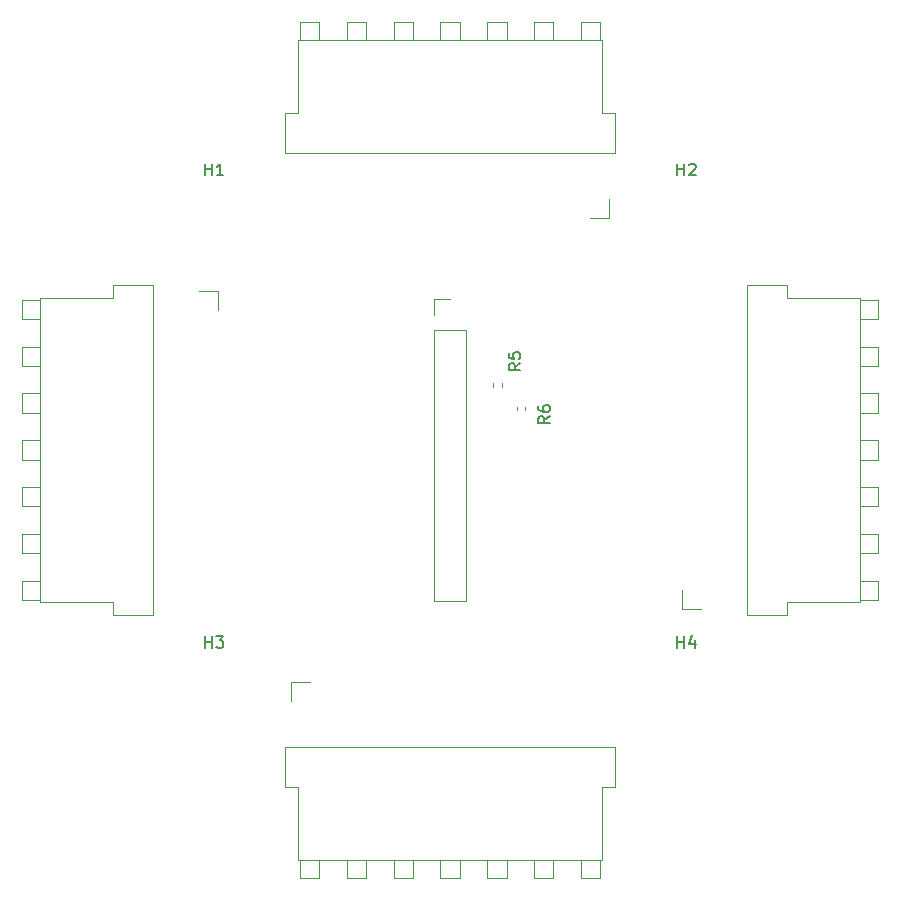
<source format=gbr>
%TF.GenerationSoftware,KiCad,Pcbnew,9.0.0*%
%TF.CreationDate,2025-03-24T11:20:55+01:00*%
%TF.ProjectId,PCB_Distrib,5043425f-4469-4737-9472-69622e6b6963,rev?*%
%TF.SameCoordinates,Original*%
%TF.FileFunction,Legend,Top*%
%TF.FilePolarity,Positive*%
%FSLAX46Y46*%
G04 Gerber Fmt 4.6, Leading zero omitted, Abs format (unit mm)*
G04 Created by KiCad (PCBNEW 9.0.0) date 2025-03-24 11:20:55*
%MOMM*%
%LPD*%
G01*
G04 APERTURE LIST*
%ADD10C,0.150000*%
%ADD11C,0.120000*%
G04 APERTURE END LIST*
D10*
X144238095Y-101754819D02*
X144238095Y-100754819D01*
X144238095Y-101231009D02*
X144809523Y-101231009D01*
X144809523Y-101754819D02*
X144809523Y-100754819D01*
X145238095Y-100850057D02*
X145285714Y-100802438D01*
X145285714Y-100802438D02*
X145380952Y-100754819D01*
X145380952Y-100754819D02*
X145619047Y-100754819D01*
X145619047Y-100754819D02*
X145714285Y-100802438D01*
X145714285Y-100802438D02*
X145761904Y-100850057D01*
X145761904Y-100850057D02*
X145809523Y-100945295D01*
X145809523Y-100945295D02*
X145809523Y-101040533D01*
X145809523Y-101040533D02*
X145761904Y-101183390D01*
X145761904Y-101183390D02*
X145190476Y-101754819D01*
X145190476Y-101754819D02*
X145809523Y-101754819D01*
X144238095Y-141754819D02*
X144238095Y-140754819D01*
X144238095Y-141231009D02*
X144809523Y-141231009D01*
X144809523Y-141754819D02*
X144809523Y-140754819D01*
X145714285Y-141088152D02*
X145714285Y-141754819D01*
X145476190Y-140707200D02*
X145238095Y-141421485D01*
X145238095Y-141421485D02*
X145857142Y-141421485D01*
X104238095Y-141754819D02*
X104238095Y-140754819D01*
X104238095Y-141231009D02*
X104809523Y-141231009D01*
X104809523Y-141754819D02*
X104809523Y-140754819D01*
X105190476Y-140754819D02*
X105809523Y-140754819D01*
X105809523Y-140754819D02*
X105476190Y-141135771D01*
X105476190Y-141135771D02*
X105619047Y-141135771D01*
X105619047Y-141135771D02*
X105714285Y-141183390D01*
X105714285Y-141183390D02*
X105761904Y-141231009D01*
X105761904Y-141231009D02*
X105809523Y-141326247D01*
X105809523Y-141326247D02*
X105809523Y-141564342D01*
X105809523Y-141564342D02*
X105761904Y-141659580D01*
X105761904Y-141659580D02*
X105714285Y-141707200D01*
X105714285Y-141707200D02*
X105619047Y-141754819D01*
X105619047Y-141754819D02*
X105333333Y-141754819D01*
X105333333Y-141754819D02*
X105238095Y-141707200D01*
X105238095Y-141707200D02*
X105190476Y-141659580D01*
X130954819Y-117666666D02*
X130478628Y-117999999D01*
X130954819Y-118238094D02*
X129954819Y-118238094D01*
X129954819Y-118238094D02*
X129954819Y-117857142D01*
X129954819Y-117857142D02*
X130002438Y-117761904D01*
X130002438Y-117761904D02*
X130050057Y-117714285D01*
X130050057Y-117714285D02*
X130145295Y-117666666D01*
X130145295Y-117666666D02*
X130288152Y-117666666D01*
X130288152Y-117666666D02*
X130383390Y-117714285D01*
X130383390Y-117714285D02*
X130431009Y-117761904D01*
X130431009Y-117761904D02*
X130478628Y-117857142D01*
X130478628Y-117857142D02*
X130478628Y-118238094D01*
X129954819Y-116761904D02*
X129954819Y-117238094D01*
X129954819Y-117238094D02*
X130431009Y-117285713D01*
X130431009Y-117285713D02*
X130383390Y-117238094D01*
X130383390Y-117238094D02*
X130335771Y-117142856D01*
X130335771Y-117142856D02*
X130335771Y-116904761D01*
X130335771Y-116904761D02*
X130383390Y-116809523D01*
X130383390Y-116809523D02*
X130431009Y-116761904D01*
X130431009Y-116761904D02*
X130526247Y-116714285D01*
X130526247Y-116714285D02*
X130764342Y-116714285D01*
X130764342Y-116714285D02*
X130859580Y-116761904D01*
X130859580Y-116761904D02*
X130907200Y-116809523D01*
X130907200Y-116809523D02*
X130954819Y-116904761D01*
X130954819Y-116904761D02*
X130954819Y-117142856D01*
X130954819Y-117142856D02*
X130907200Y-117238094D01*
X130907200Y-117238094D02*
X130859580Y-117285713D01*
X133454819Y-122166666D02*
X132978628Y-122499999D01*
X133454819Y-122738094D02*
X132454819Y-122738094D01*
X132454819Y-122738094D02*
X132454819Y-122357142D01*
X132454819Y-122357142D02*
X132502438Y-122261904D01*
X132502438Y-122261904D02*
X132550057Y-122214285D01*
X132550057Y-122214285D02*
X132645295Y-122166666D01*
X132645295Y-122166666D02*
X132788152Y-122166666D01*
X132788152Y-122166666D02*
X132883390Y-122214285D01*
X132883390Y-122214285D02*
X132931009Y-122261904D01*
X132931009Y-122261904D02*
X132978628Y-122357142D01*
X132978628Y-122357142D02*
X132978628Y-122738094D01*
X132454819Y-121309523D02*
X132454819Y-121499999D01*
X132454819Y-121499999D02*
X132502438Y-121595237D01*
X132502438Y-121595237D02*
X132550057Y-121642856D01*
X132550057Y-121642856D02*
X132692914Y-121738094D01*
X132692914Y-121738094D02*
X132883390Y-121785713D01*
X132883390Y-121785713D02*
X133264342Y-121785713D01*
X133264342Y-121785713D02*
X133359580Y-121738094D01*
X133359580Y-121738094D02*
X133407200Y-121690475D01*
X133407200Y-121690475D02*
X133454819Y-121595237D01*
X133454819Y-121595237D02*
X133454819Y-121404761D01*
X133454819Y-121404761D02*
X133407200Y-121309523D01*
X133407200Y-121309523D02*
X133359580Y-121261904D01*
X133359580Y-121261904D02*
X133264342Y-121214285D01*
X133264342Y-121214285D02*
X133026247Y-121214285D01*
X133026247Y-121214285D02*
X132931009Y-121261904D01*
X132931009Y-121261904D02*
X132883390Y-121309523D01*
X132883390Y-121309523D02*
X132835771Y-121404761D01*
X132835771Y-121404761D02*
X132835771Y-121595237D01*
X132835771Y-121595237D02*
X132883390Y-121690475D01*
X132883390Y-121690475D02*
X132931009Y-121738094D01*
X132931009Y-121738094D02*
X133026247Y-121785713D01*
X104238095Y-101754819D02*
X104238095Y-100754819D01*
X104238095Y-101231009D02*
X104809523Y-101231009D01*
X104809523Y-101754819D02*
X104809523Y-100754819D01*
X105809523Y-101754819D02*
X105238095Y-101754819D01*
X105523809Y-101754819D02*
X105523809Y-100754819D01*
X105523809Y-100754819D02*
X105428571Y-100897676D01*
X105428571Y-100897676D02*
X105333333Y-100992914D01*
X105333333Y-100992914D02*
X105238095Y-101040533D01*
D11*
%TO.C,JP2*%
X88765000Y-112300000D02*
X88765000Y-113940000D01*
X88765000Y-113940000D02*
X90265000Y-113940000D01*
X88765000Y-116260000D02*
X88765000Y-117900000D01*
X88765000Y-117900000D02*
X90265000Y-117900000D01*
X88765000Y-120220000D02*
X88765000Y-121860000D01*
X88765000Y-121860000D02*
X90265000Y-121860000D01*
X88765000Y-124180000D02*
X88765000Y-125820000D01*
X88765000Y-125820000D02*
X90265000Y-125820000D01*
X88765000Y-128140000D02*
X88765000Y-129780000D01*
X88765000Y-129780000D02*
X90265000Y-129780000D01*
X88765000Y-132100000D02*
X88765000Y-133740000D01*
X88765000Y-133740000D02*
X90265000Y-133740000D01*
X88765000Y-136060000D02*
X88765000Y-137700000D01*
X88765000Y-137700000D02*
X90265000Y-137700000D01*
X90265000Y-112110000D02*
X96465000Y-112110000D01*
X90265000Y-112300000D02*
X88765000Y-112300000D01*
X90265000Y-116260000D02*
X88765000Y-116260000D01*
X90265000Y-120220000D02*
X88765000Y-120220000D01*
X90265000Y-124180000D02*
X88765000Y-124180000D01*
X90265000Y-128140000D02*
X88765000Y-128140000D01*
X90265000Y-132100000D02*
X88765000Y-132100000D01*
X90265000Y-136060000D02*
X88765000Y-136060000D01*
X90265000Y-137890000D02*
X90265000Y-112110000D01*
X96465000Y-111060000D02*
X99885000Y-111060000D01*
X96465000Y-112110000D02*
X96465000Y-111060000D01*
X96465000Y-137890000D02*
X90265000Y-137890000D01*
X96465000Y-138940000D02*
X96465000Y-137890000D01*
X99885000Y-111060000D02*
X99885000Y-138940000D01*
X99885000Y-138940000D02*
X96465000Y-138940000D01*
X105385000Y-111510000D02*
X103775000Y-111510000D01*
X105385000Y-113120000D02*
X105385000Y-111510000D01*
%TO.C,JP4*%
X144615000Y-136880000D02*
X144615000Y-138490000D01*
X144615000Y-138490000D02*
X146225000Y-138490000D01*
X150115000Y-111060000D02*
X153535000Y-111060000D01*
X150115000Y-138940000D02*
X150115000Y-111060000D01*
X153535000Y-111060000D02*
X153535000Y-112110000D01*
X153535000Y-112110000D02*
X159735000Y-112110000D01*
X153535000Y-137890000D02*
X153535000Y-138940000D01*
X153535000Y-138940000D02*
X150115000Y-138940000D01*
X159735000Y-112110000D02*
X159735000Y-137890000D01*
X159735000Y-113940000D02*
X161235000Y-113940000D01*
X159735000Y-117900000D02*
X161235000Y-117900000D01*
X159735000Y-121860000D02*
X161235000Y-121860000D01*
X159735000Y-125820000D02*
X161235000Y-125820000D01*
X159735000Y-129780000D02*
X161235000Y-129780000D01*
X159735000Y-133740000D02*
X161235000Y-133740000D01*
X159735000Y-137700000D02*
X161235000Y-137700000D01*
X159735000Y-137890000D02*
X153535000Y-137890000D01*
X161235000Y-112300000D02*
X159735000Y-112300000D01*
X161235000Y-113940000D02*
X161235000Y-112300000D01*
X161235000Y-116260000D02*
X159735000Y-116260000D01*
X161235000Y-117900000D02*
X161235000Y-116260000D01*
X161235000Y-120220000D02*
X159735000Y-120220000D01*
X161235000Y-121860000D02*
X161235000Y-120220000D01*
X161235000Y-124180000D02*
X159735000Y-124180000D01*
X161235000Y-125820000D02*
X161235000Y-124180000D01*
X161235000Y-128140000D02*
X159735000Y-128140000D01*
X161235000Y-129780000D02*
X161235000Y-128140000D01*
X161235000Y-132100000D02*
X159735000Y-132100000D01*
X161235000Y-133740000D02*
X161235000Y-132100000D01*
X161235000Y-136060000D02*
X159735000Y-136060000D01*
X161235000Y-137700000D02*
X161235000Y-136060000D01*
%TO.C,JP1*%
X111060000Y-96465000D02*
X112110000Y-96465000D01*
X111060000Y-99885000D02*
X111060000Y-96465000D01*
X112110000Y-90265000D02*
X137890000Y-90265000D01*
X112110000Y-96465000D02*
X112110000Y-90265000D01*
X112300000Y-88765000D02*
X112300000Y-90265000D01*
X113940000Y-88765000D02*
X112300000Y-88765000D01*
X113940000Y-90265000D02*
X113940000Y-88765000D01*
X116260000Y-88765000D02*
X116260000Y-90265000D01*
X117900000Y-88765000D02*
X116260000Y-88765000D01*
X117900000Y-90265000D02*
X117900000Y-88765000D01*
X120220000Y-88765000D02*
X120220000Y-90265000D01*
X121860000Y-88765000D02*
X120220000Y-88765000D01*
X121860000Y-90265000D02*
X121860000Y-88765000D01*
X124180000Y-88765000D02*
X124180000Y-90265000D01*
X125820000Y-88765000D02*
X124180000Y-88765000D01*
X125820000Y-90265000D02*
X125820000Y-88765000D01*
X128140000Y-88765000D02*
X128140000Y-90265000D01*
X129780000Y-88765000D02*
X128140000Y-88765000D01*
X129780000Y-90265000D02*
X129780000Y-88765000D01*
X132100000Y-88765000D02*
X132100000Y-90265000D01*
X133740000Y-88765000D02*
X132100000Y-88765000D01*
X133740000Y-90265000D02*
X133740000Y-88765000D01*
X136060000Y-88765000D02*
X136060000Y-90265000D01*
X136880000Y-105385000D02*
X138490000Y-105385000D01*
X137700000Y-88765000D02*
X136060000Y-88765000D01*
X137700000Y-90265000D02*
X137700000Y-88765000D01*
X137890000Y-90265000D02*
X137890000Y-96465000D01*
X137890000Y-96465000D02*
X138940000Y-96465000D01*
X138490000Y-105385000D02*
X138490000Y-103775000D01*
X138940000Y-96465000D02*
X138940000Y-99885000D01*
X138940000Y-99885000D02*
X111060000Y-99885000D01*
%TO.C,JP3*%
X111060000Y-150115000D02*
X138940000Y-150115000D01*
X111060000Y-153535000D02*
X111060000Y-150115000D01*
X111510000Y-144615000D02*
X111510000Y-146225000D01*
X112110000Y-153535000D02*
X111060000Y-153535000D01*
X112110000Y-159735000D02*
X112110000Y-153535000D01*
X112300000Y-159735000D02*
X112300000Y-161235000D01*
X112300000Y-161235000D02*
X113940000Y-161235000D01*
X113120000Y-144615000D02*
X111510000Y-144615000D01*
X113940000Y-161235000D02*
X113940000Y-159735000D01*
X116260000Y-159735000D02*
X116260000Y-161235000D01*
X116260000Y-161235000D02*
X117900000Y-161235000D01*
X117900000Y-161235000D02*
X117900000Y-159735000D01*
X120220000Y-159735000D02*
X120220000Y-161235000D01*
X120220000Y-161235000D02*
X121860000Y-161235000D01*
X121860000Y-161235000D02*
X121860000Y-159735000D01*
X124180000Y-159735000D02*
X124180000Y-161235000D01*
X124180000Y-161235000D02*
X125820000Y-161235000D01*
X125820000Y-161235000D02*
X125820000Y-159735000D01*
X128140000Y-159735000D02*
X128140000Y-161235000D01*
X128140000Y-161235000D02*
X129780000Y-161235000D01*
X129780000Y-161235000D02*
X129780000Y-159735000D01*
X132100000Y-159735000D02*
X132100000Y-161235000D01*
X132100000Y-161235000D02*
X133740000Y-161235000D01*
X133740000Y-161235000D02*
X133740000Y-159735000D01*
X136060000Y-159735000D02*
X136060000Y-161235000D01*
X136060000Y-161235000D02*
X137700000Y-161235000D01*
X137700000Y-161235000D02*
X137700000Y-159735000D01*
X137890000Y-153535000D02*
X137890000Y-159735000D01*
X137890000Y-159735000D02*
X112110000Y-159735000D01*
X138940000Y-150115000D02*
X138940000Y-153535000D01*
X138940000Y-153535000D02*
X137890000Y-153535000D01*
%TO.C,R5*%
X128620000Y-119346359D02*
X128620000Y-119653641D01*
X129380000Y-119346359D02*
X129380000Y-119653641D01*
%TO.C,JRasp1*%
X123670000Y-112245000D02*
X125000000Y-112245000D01*
X123670000Y-113575000D02*
X123670000Y-112245000D01*
X123670000Y-114845000D02*
X123670000Y-137765000D01*
X123670000Y-114845000D02*
X126330000Y-114845000D01*
X123670000Y-137765000D02*
X126330000Y-137765000D01*
X126330000Y-114845000D02*
X126330000Y-137765000D01*
%TO.C,R6*%
X130620000Y-121346359D02*
X130620000Y-121653641D01*
X131380000Y-121346359D02*
X131380000Y-121653641D01*
%TD*%
M02*

</source>
